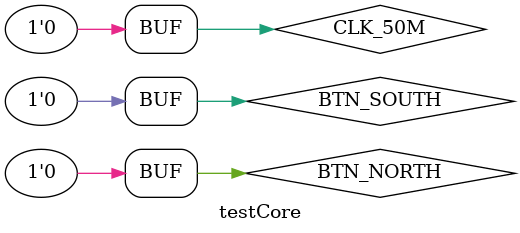
<source format=v>
`timescale 1ns / 1ps


module testCore;

	// Inputs
	reg CLK_50M;
	reg BTN_NORTH;
	reg BTN_SOUTH;

	// Outputs
	wire [5:0] LED;
	wire [3:0] VGA_R;
	wire [3:0] VGA_G;
	wire [3:0] VGA_B;
	wire VGA_HSYNC;
	wire VGA_VSYNC;

	// Bidirs
	wire PS2_CLK1;
	wire PS2_DATA1;

	// Instantiate the Unit Under Test (UUT)
	Controller uut (
		.CLK_50M(CLK_50M), 
		.BTN_NORTH(BTN_NORTH), 
		.BTN_SOUTH(BTN_SOUTH), 
		.PS2_CLK1(PS2_CLK1), 
		.PS2_DATA1(PS2_DATA1), 
		.LED(LED), 
		.VGA_R(VGA_R), 
		.VGA_G(VGA_G), 
		.VGA_B(VGA_B), 
		.VGA_HSYNC(VGA_HSYNC), 
		.VGA_VSYNC(VGA_VSYNC)
	);

	initial begin
		// Initialize Inputs
		CLK_50M = 0;
		BTN_NORTH = 0;
		BTN_SOUTH = 0;

		// Wait 100 ns for global reset to finish
		#100;
        

	end
      
endmodule


</source>
